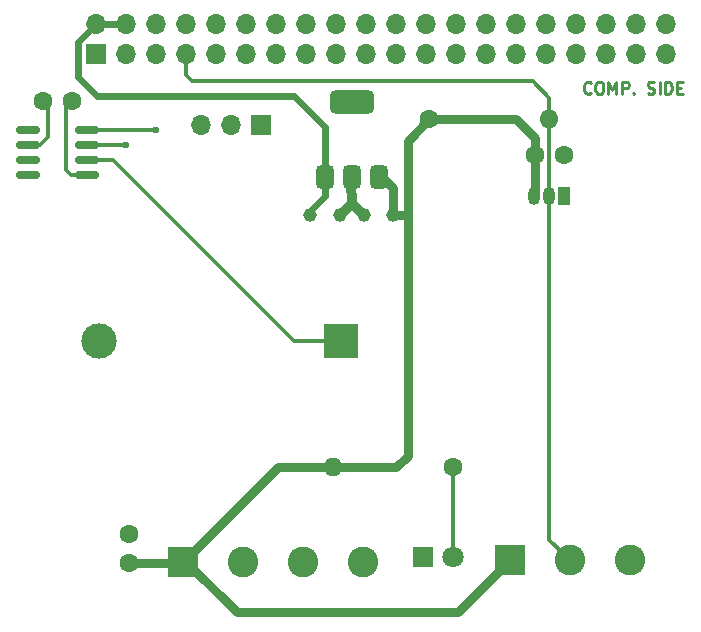
<source format=gtl>
G04 #@! TF.GenerationSoftware,KiCad,Pcbnew,8.0.4*
G04 #@! TF.CreationDate,2024-07-21T17:31:12-07:00*
G04 #@! TF.ProjectId,RPi_RTC_Interface,5250695f-5254-4435-9f49-6e7465726661,V1.0*
G04 #@! TF.SameCoordinates,Original*
G04 #@! TF.FileFunction,Copper,L1,Top*
G04 #@! TF.FilePolarity,Positive*
%FSLAX46Y46*%
G04 Gerber Fmt 4.6, Leading zero omitted, Abs format (unit mm)*
G04 Created by KiCad (PCBNEW 8.0.4) date 2024-07-21 17:31:12*
%MOMM*%
%LPD*%
G01*
G04 APERTURE LIST*
G04 Aperture macros list*
%AMRoundRect*
0 Rectangle with rounded corners*
0 $1 Rounding radius*
0 $2 $3 $4 $5 $6 $7 $8 $9 X,Y pos of 4 corners*
0 Add a 4 corners polygon primitive as box body*
4,1,4,$2,$3,$4,$5,$6,$7,$8,$9,$2,$3,0*
0 Add four circle primitives for the rounded corners*
1,1,$1+$1,$2,$3*
1,1,$1+$1,$4,$5*
1,1,$1+$1,$6,$7*
1,1,$1+$1,$8,$9*
0 Add four rect primitives between the rounded corners*
20,1,$1+$1,$2,$3,$4,$5,0*
20,1,$1+$1,$4,$5,$6,$7,0*
20,1,$1+$1,$6,$7,$8,$9,0*
20,1,$1+$1,$8,$9,$2,$3,0*%
G04 Aperture macros list end*
%ADD10C,0.250000*%
G04 #@! TA.AperFunction,NonConductor*
%ADD11C,0.250000*%
G04 #@! TD*
G04 #@! TA.AperFunction,ComponentPad*
%ADD12R,2.600000X2.600000*%
G04 #@! TD*
G04 #@! TA.AperFunction,ComponentPad*
%ADD13C,2.600000*%
G04 #@! TD*
G04 #@! TA.AperFunction,ComponentPad*
%ADD14C,1.600000*%
G04 #@! TD*
G04 #@! TA.AperFunction,ComponentPad*
%ADD15O,1.600000X1.600000*%
G04 #@! TD*
G04 #@! TA.AperFunction,ComponentPad*
%ADD16R,1.700000X1.700000*%
G04 #@! TD*
G04 #@! TA.AperFunction,ComponentPad*
%ADD17O,1.700000X1.700000*%
G04 #@! TD*
G04 #@! TA.AperFunction,ComponentPad*
%ADD18C,1.150000*%
G04 #@! TD*
G04 #@! TA.AperFunction,SMDPad,CuDef*
%ADD19RoundRect,0.375000X0.375000X-0.625000X0.375000X0.625000X-0.375000X0.625000X-0.375000X-0.625000X0*%
G04 #@! TD*
G04 #@! TA.AperFunction,SMDPad,CuDef*
%ADD20RoundRect,0.500000X1.400000X-0.500000X1.400000X0.500000X-1.400000X0.500000X-1.400000X-0.500000X0*%
G04 #@! TD*
G04 #@! TA.AperFunction,ComponentPad*
%ADD21R,3.000000X3.000000*%
G04 #@! TD*
G04 #@! TA.AperFunction,ComponentPad*
%ADD22C,3.000000*%
G04 #@! TD*
G04 #@! TA.AperFunction,ComponentPad*
%ADD23R,1.800000X1.800000*%
G04 #@! TD*
G04 #@! TA.AperFunction,ComponentPad*
%ADD24C,1.800000*%
G04 #@! TD*
G04 #@! TA.AperFunction,SMDPad,CuDef*
%ADD25RoundRect,0.150000X-0.825000X-0.150000X0.825000X-0.150000X0.825000X0.150000X-0.825000X0.150000X0*%
G04 #@! TD*
G04 #@! TA.AperFunction,ComponentPad*
%ADD26R,1.050000X1.500000*%
G04 #@! TD*
G04 #@! TA.AperFunction,ComponentPad*
%ADD27O,1.050000X1.500000*%
G04 #@! TD*
G04 #@! TA.AperFunction,ViaPad*
%ADD28C,0.600000*%
G04 #@! TD*
G04 #@! TA.AperFunction,Conductor*
%ADD29C,0.609600*%
G04 #@! TD*
G04 #@! TA.AperFunction,Conductor*
%ADD30C,0.762000*%
G04 #@! TD*
G04 #@! TA.AperFunction,Conductor*
%ADD31C,0.355600*%
G04 #@! TD*
G04 #@! TA.AperFunction,Conductor*
%ADD32C,0.812800*%
G04 #@! TD*
G04 APERTURE END LIST*
D10*
D11*
X167359996Y-91117380D02*
X167312377Y-91165000D01*
X167312377Y-91165000D02*
X167169520Y-91212619D01*
X167169520Y-91212619D02*
X167074282Y-91212619D01*
X167074282Y-91212619D02*
X166931425Y-91165000D01*
X166931425Y-91165000D02*
X166836187Y-91069761D01*
X166836187Y-91069761D02*
X166788568Y-90974523D01*
X166788568Y-90974523D02*
X166740949Y-90784047D01*
X166740949Y-90784047D02*
X166740949Y-90641190D01*
X166740949Y-90641190D02*
X166788568Y-90450714D01*
X166788568Y-90450714D02*
X166836187Y-90355476D01*
X166836187Y-90355476D02*
X166931425Y-90260238D01*
X166931425Y-90260238D02*
X167074282Y-90212619D01*
X167074282Y-90212619D02*
X167169520Y-90212619D01*
X167169520Y-90212619D02*
X167312377Y-90260238D01*
X167312377Y-90260238D02*
X167359996Y-90307857D01*
X167979044Y-90212619D02*
X168169520Y-90212619D01*
X168169520Y-90212619D02*
X168264758Y-90260238D01*
X168264758Y-90260238D02*
X168359996Y-90355476D01*
X168359996Y-90355476D02*
X168407615Y-90545952D01*
X168407615Y-90545952D02*
X168407615Y-90879285D01*
X168407615Y-90879285D02*
X168359996Y-91069761D01*
X168359996Y-91069761D02*
X168264758Y-91165000D01*
X168264758Y-91165000D02*
X168169520Y-91212619D01*
X168169520Y-91212619D02*
X167979044Y-91212619D01*
X167979044Y-91212619D02*
X167883806Y-91165000D01*
X167883806Y-91165000D02*
X167788568Y-91069761D01*
X167788568Y-91069761D02*
X167740949Y-90879285D01*
X167740949Y-90879285D02*
X167740949Y-90545952D01*
X167740949Y-90545952D02*
X167788568Y-90355476D01*
X167788568Y-90355476D02*
X167883806Y-90260238D01*
X167883806Y-90260238D02*
X167979044Y-90212619D01*
X168836187Y-91212619D02*
X168836187Y-90212619D01*
X168836187Y-90212619D02*
X169169520Y-90926904D01*
X169169520Y-90926904D02*
X169502853Y-90212619D01*
X169502853Y-90212619D02*
X169502853Y-91212619D01*
X169979044Y-91212619D02*
X169979044Y-90212619D01*
X169979044Y-90212619D02*
X170359996Y-90212619D01*
X170359996Y-90212619D02*
X170455234Y-90260238D01*
X170455234Y-90260238D02*
X170502853Y-90307857D01*
X170502853Y-90307857D02*
X170550472Y-90403095D01*
X170550472Y-90403095D02*
X170550472Y-90545952D01*
X170550472Y-90545952D02*
X170502853Y-90641190D01*
X170502853Y-90641190D02*
X170455234Y-90688809D01*
X170455234Y-90688809D02*
X170359996Y-90736428D01*
X170359996Y-90736428D02*
X169979044Y-90736428D01*
X170979044Y-91117380D02*
X171026663Y-91165000D01*
X171026663Y-91165000D02*
X170979044Y-91212619D01*
X170979044Y-91212619D02*
X170931425Y-91165000D01*
X170931425Y-91165000D02*
X170979044Y-91117380D01*
X170979044Y-91117380D02*
X170979044Y-91212619D01*
X172169520Y-91165000D02*
X172312377Y-91212619D01*
X172312377Y-91212619D02*
X172550472Y-91212619D01*
X172550472Y-91212619D02*
X172645710Y-91165000D01*
X172645710Y-91165000D02*
X172693329Y-91117380D01*
X172693329Y-91117380D02*
X172740948Y-91022142D01*
X172740948Y-91022142D02*
X172740948Y-90926904D01*
X172740948Y-90926904D02*
X172693329Y-90831666D01*
X172693329Y-90831666D02*
X172645710Y-90784047D01*
X172645710Y-90784047D02*
X172550472Y-90736428D01*
X172550472Y-90736428D02*
X172359996Y-90688809D01*
X172359996Y-90688809D02*
X172264758Y-90641190D01*
X172264758Y-90641190D02*
X172217139Y-90593571D01*
X172217139Y-90593571D02*
X172169520Y-90498333D01*
X172169520Y-90498333D02*
X172169520Y-90403095D01*
X172169520Y-90403095D02*
X172217139Y-90307857D01*
X172217139Y-90307857D02*
X172264758Y-90260238D01*
X172264758Y-90260238D02*
X172359996Y-90212619D01*
X172359996Y-90212619D02*
X172598091Y-90212619D01*
X172598091Y-90212619D02*
X172740948Y-90260238D01*
X173169520Y-91212619D02*
X173169520Y-90212619D01*
X173645710Y-91212619D02*
X173645710Y-90212619D01*
X173645710Y-90212619D02*
X173883805Y-90212619D01*
X173883805Y-90212619D02*
X174026662Y-90260238D01*
X174026662Y-90260238D02*
X174121900Y-90355476D01*
X174121900Y-90355476D02*
X174169519Y-90450714D01*
X174169519Y-90450714D02*
X174217138Y-90641190D01*
X174217138Y-90641190D02*
X174217138Y-90784047D01*
X174217138Y-90784047D02*
X174169519Y-90974523D01*
X174169519Y-90974523D02*
X174121900Y-91069761D01*
X174121900Y-91069761D02*
X174026662Y-91165000D01*
X174026662Y-91165000D02*
X173883805Y-91212619D01*
X173883805Y-91212619D02*
X173645710Y-91212619D01*
X174645710Y-90688809D02*
X174979043Y-90688809D01*
X175121900Y-91212619D02*
X174645710Y-91212619D01*
X174645710Y-91212619D02*
X174645710Y-90212619D01*
X174645710Y-90212619D02*
X175121900Y-90212619D01*
D12*
X160523000Y-130718000D03*
D13*
X165603000Y-130718000D03*
X170683000Y-130718000D03*
D14*
X153686000Y-93380000D03*
D15*
X163846000Y-93380000D03*
D16*
X139447000Y-93888000D03*
D17*
X136907000Y-93888000D03*
X134367000Y-93888000D03*
D14*
X162616000Y-96428000D03*
X165116000Y-96428000D03*
D18*
X148110000Y-101508000D03*
X150610000Y-101508000D03*
D14*
X123440000Y-91856000D03*
X120940000Y-91856000D03*
D16*
X125476000Y-87884000D03*
D17*
X125476000Y-85344000D03*
X128016000Y-87884000D03*
X128016000Y-85344000D03*
X130556000Y-87884000D03*
X130556000Y-85344000D03*
X133096000Y-87884000D03*
X133096000Y-85344000D03*
X135636000Y-87884000D03*
X135636000Y-85344000D03*
X138176000Y-87884000D03*
X138176000Y-85344000D03*
X140716000Y-87884000D03*
X140716000Y-85344000D03*
X143256000Y-87884000D03*
X143256000Y-85344000D03*
X145796000Y-87884000D03*
X145796000Y-85344000D03*
X148336000Y-87884000D03*
X148336000Y-85344000D03*
X150876000Y-87884000D03*
X150876000Y-85344000D03*
X153416000Y-87884000D03*
X153416000Y-85344000D03*
X155956000Y-87884000D03*
X155956000Y-85344000D03*
X158496000Y-87884000D03*
X158496000Y-85344000D03*
X161036000Y-87884000D03*
X161036000Y-85344000D03*
X163576000Y-87884000D03*
X163576000Y-85344000D03*
X166116000Y-87884000D03*
X166116000Y-85344000D03*
X168656000Y-87884000D03*
X168656000Y-85344000D03*
X171196000Y-87884000D03*
X171196000Y-85344000D03*
X173736000Y-87884000D03*
X173736000Y-85344000D03*
D12*
X132858000Y-130861000D03*
D13*
X137938000Y-130861000D03*
X143018000Y-130861000D03*
X148098000Y-130861000D03*
D19*
X144810000Y-98250000D03*
X147110000Y-98250000D03*
D20*
X147110000Y-91950000D03*
D19*
X149410000Y-98250000D03*
D21*
X146236000Y-112176000D03*
D22*
X125746000Y-112176000D03*
D18*
X146110000Y-101508000D03*
X143610000Y-101508000D03*
D14*
X128286000Y-130972000D03*
X128286000Y-128472000D03*
D23*
X153162000Y-130464000D03*
D24*
X155702000Y-130464000D03*
D25*
X119715000Y-94267000D03*
X119715000Y-95537000D03*
X119715000Y-96807000D03*
X119715000Y-98077000D03*
X124665000Y-98077000D03*
X124665000Y-96807000D03*
X124665000Y-95537000D03*
X124665000Y-94267000D03*
D14*
X155718000Y-122844000D03*
D15*
X145558000Y-122844000D03*
D26*
X165116000Y-99878000D03*
D27*
X163846000Y-99878000D03*
X162576000Y-99878000D03*
D28*
X130556000Y-94288000D03*
X128016000Y-95538000D03*
X145812000Y-91348000D03*
X147082000Y-91348000D03*
X145812000Y-92364000D03*
X148352000Y-92364000D03*
X147082000Y-92364000D03*
X148352000Y-91348000D03*
D29*
X144810000Y-99900000D02*
X143610000Y-101100000D01*
X125544000Y-91400000D02*
X142210000Y-91400000D01*
X123968000Y-89824000D02*
X125544000Y-91400000D01*
X142210000Y-91400000D02*
X144810000Y-94000000D01*
X123968000Y-86852000D02*
X123968000Y-89824000D01*
X125476000Y-85344000D02*
X123968000Y-86852000D01*
X144810000Y-94000000D02*
X144810000Y-99900000D01*
D30*
X140875000Y-122844000D02*
X132858000Y-130861000D01*
X151883113Y-121852887D02*
X150892000Y-122844000D01*
X151883113Y-101508000D02*
X151883113Y-121852887D01*
X150610000Y-99200000D02*
X149410000Y-98000000D01*
X153686000Y-93380000D02*
X161052000Y-93380000D01*
X150610000Y-101508000D02*
X151883113Y-101508000D01*
X162616000Y-94944000D02*
X162616000Y-96428000D01*
X153686000Y-93380000D02*
X151883113Y-95182887D01*
X145558000Y-122844000D02*
X140875000Y-122844000D01*
X128286000Y-130972000D02*
X132747000Y-130972000D01*
X137368000Y-135128000D02*
X156113000Y-135128000D01*
X151883113Y-95182887D02*
X151883113Y-101508000D01*
X150892000Y-122844000D02*
X145558000Y-122844000D01*
X133101000Y-130861000D02*
X137368000Y-135128000D01*
X156113000Y-135128000D02*
X160523000Y-130718000D01*
X150610000Y-101100000D02*
X150610000Y-99200000D01*
X161052000Y-93380000D02*
X162616000Y-94944000D01*
X162616000Y-96428000D02*
X162616000Y-99838000D01*
D31*
X124665000Y-94267000D02*
X130535000Y-94267000D01*
X130535000Y-94267000D02*
X130556000Y-94288000D01*
X128015000Y-95537000D02*
X128016000Y-95538000D01*
X124665000Y-95537000D02*
X128015000Y-95537000D01*
X163846000Y-128961000D02*
X165603000Y-130718000D01*
X133100000Y-87870000D02*
X133100000Y-89666000D01*
X163846000Y-91602000D02*
X163846000Y-128961000D01*
X133604000Y-90170000D02*
X162414000Y-90170000D01*
X162414000Y-90170000D02*
X163846000Y-91602000D01*
X133100000Y-89666000D02*
X133604000Y-90170000D01*
X123331000Y-98077000D02*
X124665000Y-98077000D01*
X122952000Y-97698000D02*
X123331000Y-98077000D01*
D32*
X147110000Y-100508000D02*
X148110000Y-101508000D01*
D31*
X122952000Y-92344000D02*
X122952000Y-97698000D01*
X123440000Y-91856000D02*
X122952000Y-92344000D01*
D32*
X147082000Y-98714000D02*
X147110000Y-100508000D01*
X146110000Y-101508000D02*
X147110000Y-100508000D01*
D31*
X126887000Y-96807000D02*
X142256000Y-112176000D01*
X124665000Y-96807000D02*
X126887000Y-96807000D01*
X142256000Y-112176000D02*
X146236000Y-112176000D01*
X155718000Y-122844000D02*
X155718000Y-130448000D01*
X120742499Y-95537000D02*
X119715000Y-95537000D01*
X121428000Y-94851499D02*
X120742499Y-95537000D01*
X121428000Y-92344000D02*
X121428000Y-94851499D01*
X120940000Y-91856000D02*
X121428000Y-92344000D01*
D29*
X128020000Y-85330000D02*
X125480000Y-85330000D01*
M02*

</source>
